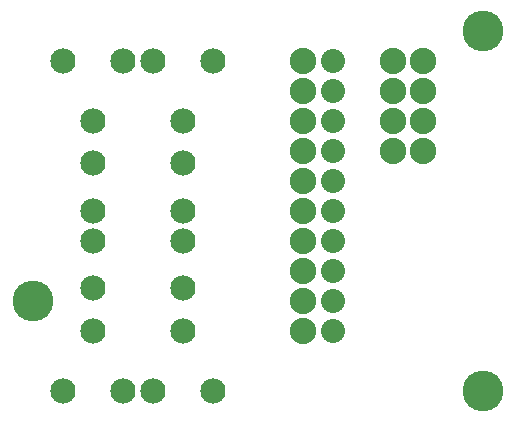
<source format=gts>
G04 MADE WITH FRITZING*
G04 WWW.FRITZING.ORG*
G04 DOUBLE SIDED*
G04 HOLES PLATED*
G04 CONTOUR ON CENTER OF CONTOUR VECTOR*
%ASAXBY*%
%FSLAX23Y23*%
%MOIN*%
%OFA0B0*%
%SFA1.0B1.0*%
%ADD10C,0.088000*%
%ADD11C,0.084000*%
%ADD12C,0.080000*%
%ADD13C,0.135984*%
%LNMASK1*%
G90*
G70*
G54D10*
X1402Y1253D03*
X1402Y1153D03*
X1402Y1053D03*
X1402Y953D03*
X1302Y1253D03*
X1302Y1153D03*
X1302Y1053D03*
X1302Y953D03*
G54D11*
X502Y153D03*
X602Y353D03*
X702Y153D03*
X502Y153D03*
X602Y353D03*
X702Y153D03*
X202Y153D03*
X302Y353D03*
X402Y153D03*
X202Y153D03*
X302Y353D03*
X402Y153D03*
X702Y1253D03*
X602Y1053D03*
X502Y1253D03*
X702Y1253D03*
X602Y1053D03*
X502Y1253D03*
X402Y1253D03*
X302Y1053D03*
X202Y1253D03*
X402Y1253D03*
X302Y1053D03*
X202Y1253D03*
G54D10*
X1002Y1253D03*
X1002Y1153D03*
X1002Y1053D03*
X1002Y953D03*
X1002Y853D03*
X1002Y753D03*
X1002Y653D03*
X1002Y553D03*
X1002Y453D03*
X1002Y353D03*
G54D11*
X602Y653D03*
X602Y496D03*
X602Y653D03*
X602Y496D03*
X602Y753D03*
X602Y911D03*
X602Y753D03*
X602Y911D03*
X302Y653D03*
X302Y496D03*
X302Y653D03*
X302Y496D03*
X302Y753D03*
X302Y911D03*
X302Y753D03*
X302Y911D03*
G54D12*
X1102Y353D03*
X1102Y453D03*
X1102Y553D03*
X1102Y653D03*
X1102Y753D03*
X1102Y853D03*
X1102Y953D03*
X1102Y1053D03*
X1102Y1153D03*
X1102Y1253D03*
G54D13*
X1602Y153D03*
X1602Y1353D03*
X102Y453D03*
G04 End of Mask1*
M02*
</source>
